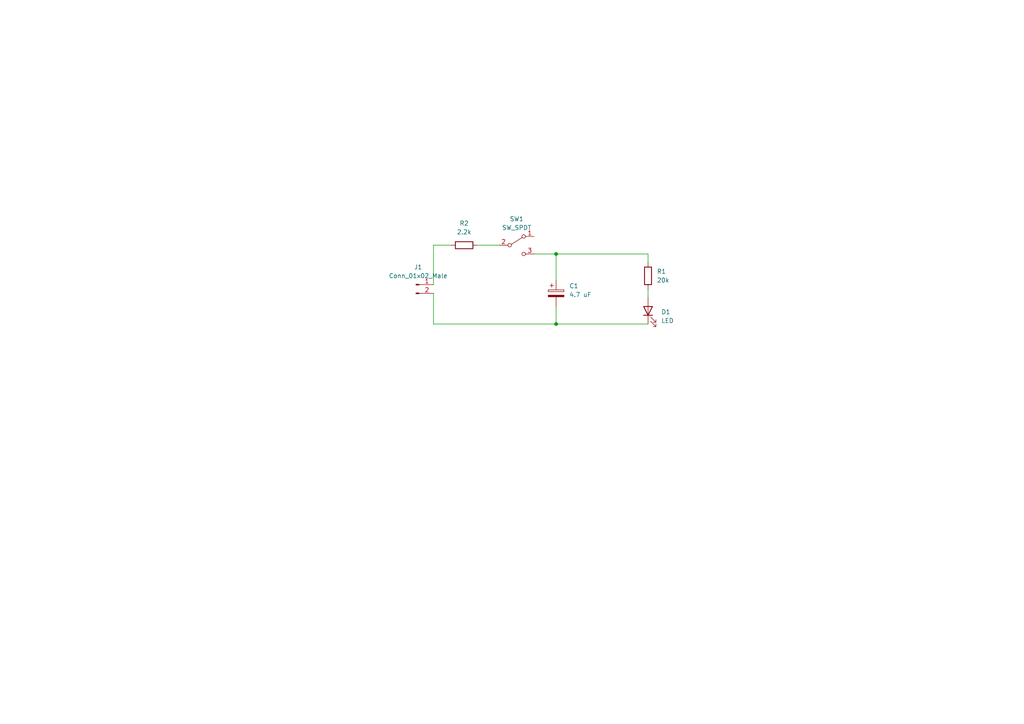
<source format=kicad_sch>
(kicad_sch (version 20211123) (generator eeschema)
  (paper "A4")
  (lib_symbols
    (symbol "Connector:Conn_01x02_Male" (pin_names (offset 1.016) hide)
      (property "Reference" "J" (at 0 2.54 0))
      (property "Value" "Conn_01x02_Male" (at 0 -5.08 0))
      (symbol "Conn_01x02_Male_1_1"
        (polyline (pts (xy 1.27 -2.54) (xy 0.8636 -2.54)) (stroke (width 0.1524)))
        (polyline (pts (xy 1.27 0) (xy 0.8636 0)) (stroke (width 0.1524)))
        (rectangle (start 0.8636 -2.413) (end 0 -2.667) (stroke (width 0.1524)) (fill (type outline)))
        (rectangle (start 0.8636 0.127) (end 0 -0.127) (stroke (width 0.1524)) (fill (type outline)))
        (pin passive line (at 5.08 0 180) (length 3.81) (name "Pin_1") (number "1"))
        (pin passive line (at 5.08 -2.54 180) (length 3.81) (name "Pin_2") (number "2"))
      )
    )
    (symbol "Device:C_Polarized" (pin_numbers hide) (pin_names (offset 0.254))
      (property "Reference" "C" (at 0.635 2.54 0))
      (property "Value" "C_Polarized" (at 0.635 -2.54 0))
      (symbol "C_Polarized_0_1"
        (rectangle (start -2.286 0.508) (end 2.286 1.016))
        (polyline (pts (xy -1.778 2.286) (xy -0.762 2.286)))
        (polyline (pts (xy -1.27 2.794) (xy -1.27 1.778)))
        (rectangle (start 2.286 -0.508) (end -2.286 -1.016) (fill (type outline)))
      )
      (symbol "C_Polarized_1_1"
        (pin passive line (at 0 3.81 270) (length 2.794) (name "~") (number "1"))
        (pin passive line (at 0 -3.81 90) (length 2.794) (name "~") (number "2"))
      )
    )
    (symbol "Device:LED" (pin_numbers hide) (pin_names (offset 1.016) hide)
      (property "Reference" "D" (at 0 2.54 0))
      (property "Value" "LED" (at 0 -2.54 0))
      (symbol "LED_0_1"
        (polyline (pts (xy -1.27 -1.27) (xy -1.27 1.27)) (stroke (width 0.254)))
        (polyline (pts (xy -1.27 0) (xy 1.27 0)))
        (polyline (pts (xy 1.27 -1.27) (xy 1.27 1.27) (xy -1.27 0) (xy 1.27 -1.27)) (stroke (width 0.254)))
        (polyline (pts (xy -3.048 -0.762) (xy -4.572 -2.286) (xy -3.81 -2.286) (xy -4.572 -2.286) (xy -4.572 -1.524)))
        (polyline (pts (xy -1.778 -0.762) (xy -3.302 -2.286) (xy -2.54 -2.286) (xy -3.302 -2.286) (xy -3.302 -1.524)))
      )
      (symbol "LED_1_1"
        (pin passive line (at -3.81 0 0) (length 2.54) (name "K") (number "1"))
        (pin passive line (at 3.81 0 180) (length 2.54) (name "A") (number "2"))
      )
    )
    (symbol "Device:R" (pin_numbers hide) (pin_names (offset 0))
      (property "Reference" "R" (at 2.032 0 90))
      (property "Value" "R" (at 0 0 90))
      (symbol "R_0_1"
        (rectangle (start -1.016 -2.54) (end 1.016 2.54) (stroke (width 0.254)))
      )
      (symbol "R_1_1"
        (pin passive line (at 0 3.81 270) (length 1.27) (name "~") (number "1"))
        (pin passive line (at 0 -3.81 90) (length 1.27) (name "~") (number "2"))
      )
    )
    (symbol "Switch:SW_SPDT" (pin_names (offset 0) hide)
      (property "Reference" "SW" (at 0 4.318 0))
      (property "Value" "SW_SPDT" (at 0 -5.08 0))
      (symbol "SW_SPDT_0_0"
        (circle (center -2.032 0) (radius 0.508))
        (circle (center 2.032 -2.54) (radius 0.508))
      )
      (symbol "SW_SPDT_0_1"
        (polyline (pts (xy -1.524 0.254) (xy 1.651 2.286)))
        (circle (center 2.032 2.54) (radius 0.508))
      )
      (symbol "SW_SPDT_1_1"
        (pin passive line (at 5.08 2.54 180) (length 2.54) (name "A") (number "1"))
        (pin passive line (at -5.08 0 0) (length 2.54) (name "B") (number "2"))
        (pin passive line (at 5.08 -2.54 180) (length 2.54) (name "C") (number "3"))
      )
    )
  )
  (junction (at 161.29 93.98))
  (junction (at 161.29 73.66))
  (wire (pts (xy 187.96 83.82) (xy 187.96 86.36)))
  (wire (pts (xy 161.29 73.66) (xy 161.29 81.28)))
  (wire (pts (xy 161.29 88.9) (xy 161.29 93.98)))
  (wire (pts (xy 187.96 76.2) (xy 187.96 73.66)))
  (wire (pts (xy 125.73 71.12) (xy 130.81 71.12)))
  (wire (pts (xy 125.73 85.09) (xy 125.73 93.98)))
  (wire (pts (xy 125.73 82.55) (xy 125.73 71.12)))
  (wire (pts (xy 125.73 93.98) (xy 161.29 93.98)))
  (wire (pts (xy 187.96 73.66) (xy 161.29 73.66)))
  (wire (pts (xy 138.43 71.12) (xy 144.78 71.12)))
  (wire (pts (xy 161.29 93.98) (xy 187.96 93.98)))
  (wire (pts (xy 154.94 73.66) (xy 161.29 73.66)))
  (symbol (lib_id "Device:C_Polarized") (at 161.29 85.09 0) (unit 1)
    (property "Reference" "C1" (at 165.1 82.9309 0) (effects (justify left)))
    (property "Value" "4.7 uF" (at 165.1 85.4709 0) (effects (justify left)))
    (property "Footprint" "Capacitor_THT:C_Radial_D5.0mm_H5.0mm_P2.00mm" (effects hide))
  )
  (symbol (lib_id "Switch:SW_SPDT") (at 149.86 71.12 0) (unit 1)
    (property "Reference" "SW1" (at 149.86 63.5 0))
    (property "Value" "SW_SPDT" (at 149.86 66.04 0))
    (property "Footprint" "Button_Switch_THT:SW_E-Switch_EG1224_SPDT_Angled" (effects hide))
  )
  (symbol (lib_id "Device:LED") (at 187.96 90.17 90) (unit 1)
    (property "Reference" "D1" (at 191.77 90.4874 90) (effects (justify right)))
    (property "Value" "LED" (at 191.77 93.0274 90) (effects (justify right)))
    (property "Footprint" "LED_THT:LED_D5.0mm" (effects hide))
  )
  (symbol (lib_id "Device:R") (at 134.62 71.12 90) (unit 1)
    (property "Reference" "R2" (at 134.62 64.77 90))
    (property "Value" "2.2k" (at 134.62 67.31 90))
    (property "Footprint" "Resistor_THT:R_Axial_DIN0516_L15.5mm_D5.0mm_P20.32mm_Horizontal" (effects hide))
  )
  (symbol (lib_id "Connector:Conn_01x02_Male") (at 120.65 82.55 0) (unit 1)
    (property "Reference" "J1" (at 121.285 77.47 0))
    (property "Value" "Conn_01x02_Male" (at 121.285 80.01 0))
    (property "Footprint" "Connector_JST:JST_PH_B2B-PH-K_1x02_P2.00mm_Vertical" (effects hide))
  )
  (symbol (lib_id "Device:R") (at 187.96 80.01 0) (unit 1)
    (property "Reference" "R1" (at 190.5 78.7399 0) (effects (justify left)))
    (property "Value" "20k" (at 190.5 81.2799 0) (effects (justify left)))
    (property "Footprint" "Resistor_THT:R_Axial_DIN0516_L15.5mm_D5.0mm_P20.32mm_Horizontal" (effects hide))
  )
)
</source>
